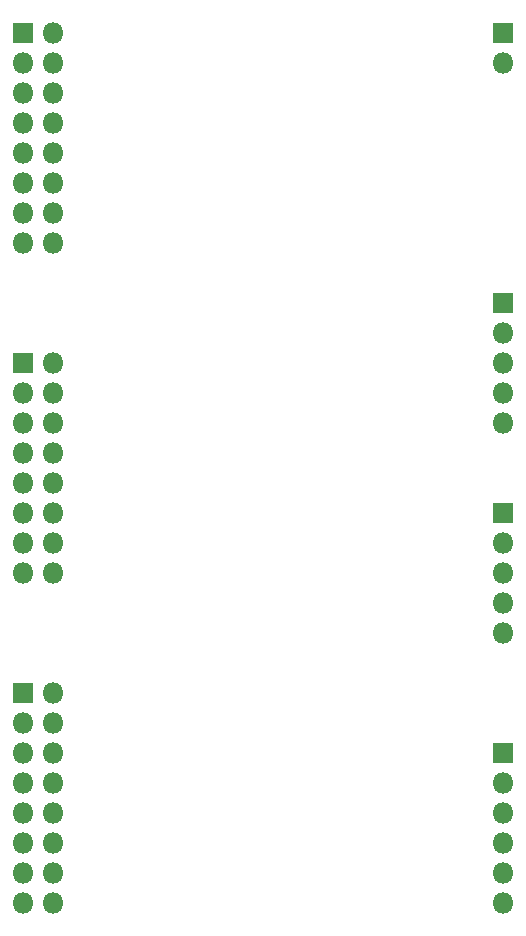
<source format=gbr>
G04 #@! TF.GenerationSoftware,KiCad,Pcbnew,5.1.6-c6e7f7d~86~ubuntu18.04.1*
G04 #@! TF.CreationDate,2020-06-01T06:43:38-04:00*
G04 #@! TF.ProjectId,f405_breakout,66343035-5f62-4726-9561-6b6f75742e6b,rev?*
G04 #@! TF.SameCoordinates,Original*
G04 #@! TF.FileFunction,Soldermask,Bot*
G04 #@! TF.FilePolarity,Negative*
%FSLAX46Y46*%
G04 Gerber Fmt 4.6, Leading zero omitted, Abs format (unit mm)*
G04 Created by KiCad (PCBNEW 5.1.6-c6e7f7d~86~ubuntu18.04.1) date 2020-06-01 06:43:38*
%MOMM*%
%LPD*%
G01*
G04 APERTURE LIST*
%ADD10O,1.800000X1.800000*%
%ADD11R,1.800000X1.800000*%
G04 APERTURE END LIST*
D10*
X109220000Y-129540000D03*
X106680000Y-129540000D03*
X109220000Y-127000000D03*
X106680000Y-127000000D03*
X109220000Y-124460000D03*
X106680000Y-124460000D03*
X109220000Y-121920000D03*
X106680000Y-121920000D03*
X109220000Y-119380000D03*
X106680000Y-119380000D03*
X109220000Y-116840000D03*
X106680000Y-116840000D03*
X109220000Y-114300000D03*
X106680000Y-114300000D03*
X109220000Y-111760000D03*
D11*
X106680000Y-111760000D03*
D10*
X109220000Y-101600000D03*
X106680000Y-101600000D03*
X109220000Y-99060000D03*
X106680000Y-99060000D03*
X109220000Y-96520000D03*
X106680000Y-96520000D03*
X109220000Y-93980000D03*
X106680000Y-93980000D03*
X109220000Y-91440000D03*
X106680000Y-91440000D03*
X109220000Y-88900000D03*
X106680000Y-88900000D03*
X109220000Y-86360000D03*
X106680000Y-86360000D03*
X109220000Y-83820000D03*
D11*
X106680000Y-83820000D03*
D10*
X109220000Y-73660000D03*
X106680000Y-73660000D03*
X109220000Y-71120000D03*
X106680000Y-71120000D03*
X109220000Y-68580000D03*
X106680000Y-68580000D03*
X109220000Y-66040000D03*
X106680000Y-66040000D03*
X109220000Y-63500000D03*
X106680000Y-63500000D03*
X109220000Y-60960000D03*
X106680000Y-60960000D03*
X109220000Y-58420000D03*
X106680000Y-58420000D03*
X109220000Y-55880000D03*
D11*
X106680000Y-55880000D03*
D10*
X147320000Y-129540000D03*
X147320000Y-127000000D03*
X147320000Y-124460000D03*
X147320000Y-121920000D03*
X147320000Y-119380000D03*
D11*
X147320000Y-116840000D03*
D10*
X147320000Y-58420000D03*
D11*
X147320000Y-55880000D03*
D10*
X147320000Y-106680000D03*
X147320000Y-104140000D03*
X147320000Y-101600000D03*
X147320000Y-99060000D03*
D11*
X147320000Y-96520000D03*
D10*
X147320000Y-88900000D03*
X147320000Y-86360000D03*
X147320000Y-83820000D03*
X147320000Y-81280000D03*
D11*
X147320000Y-78740000D03*
M02*

</source>
